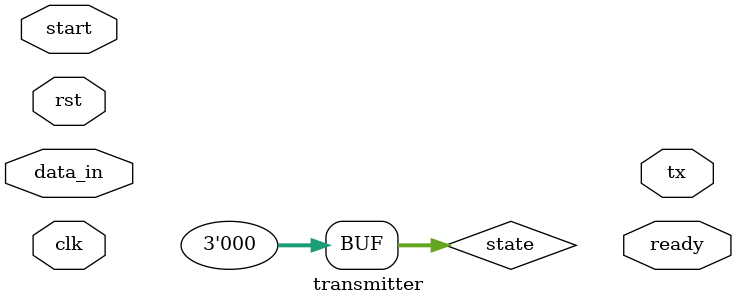
<source format=v>
/* la idea principal del proyecto es generar 2 modulos, uno para transmitir y y otro para recibir.*/
// por lo que este programa sera la base para generar el mas grande, 
//que es la union de todos los programas y asi generar el full duplex.


// primero s genera el modulo transmisor 
module transmitter (
    input wire clk,              // Reloj del sistema
    input wire rst,              // Señal de reinicio
    input wire [7:0] data_in,    // Datos paralelos a transmitir
    input wire start,            // Señal de inicio de transmisión
    output reg tx,               // Línea serial de salida
    output reg ready             // Señal para indicar que está listo
);
    // Parámetros de estado
    parameter IDLE = 3'b000, START = 3'b001, DATA = 3'b010, PARITY = 3'b011, STOP = 3'b100;

    reg [2:0] state = IDLE;       // Estado actual
    reg [3:0] bit_index;          // Contador de bits de datos
    reg [7:0] data_buffer;        // Buffer para los datos a transmitir
    reg parity_bit;               // Bit de paridad
    reg [3:0] sample_count;       // Contador para sincronización



endmodule 

</source>
